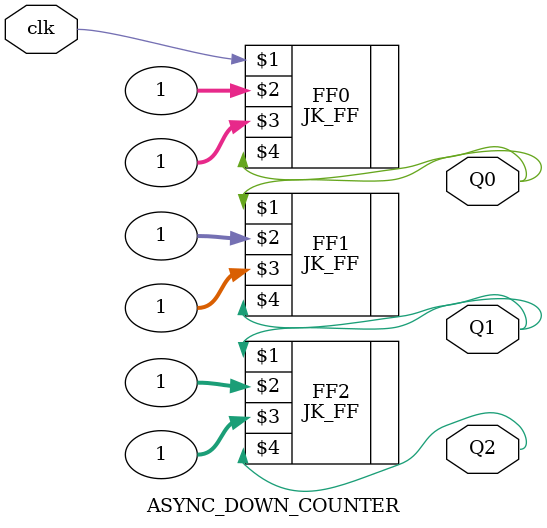
<source format=v>
`timescale 1ns / 1ps

// Author      : Venu Pabbuleti 
// ID          : N180116
//Branch       : ECE
//Project Name : RTL design using Verilog
//Design  Name : 3 Bit Synchronous Up Counter
//Module  Name : ASYNC_DOWN_COUNTER
//RGUKT NUZVID 
//////////////////////////////////////////////////////////////////////////////////


module ASYNC_DOWN_COUNTER(clk,Q2,Q1,Q0);
input clk;
output Q2,Q1,Q0;

JK_FF FF0(clk,1,1,Q0);
JK_FF FF1(Q0,1,1,Q1);
JK_FF FF2(Q1,1,1,Q2);
endmodule
</source>
